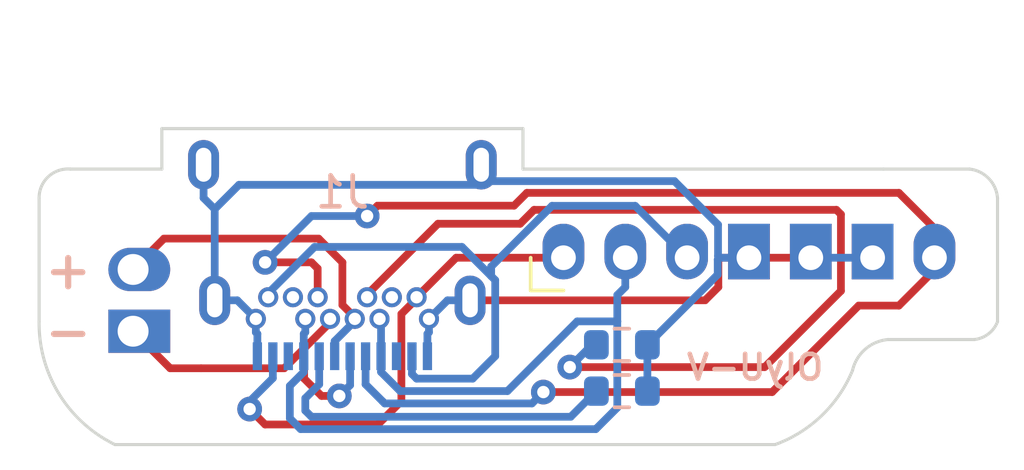
<source format=kicad_pcb>
(kicad_pcb (version 20211014) (generator pcbnew)
  (layers (0 "F.Cu" signal) (31 "B.Cu" signal) (34 "B.Paste" user) (35 "F.Paste" user) (36 "B.SilkS" user "B.Silkscreen") (37 "F.SilkS" user "F.Silkscreen") (38 "B.Mask" user) (39 "F.Mask" user) (44 "Edge.Cuts" user))
  (net 0 "")
  (net 1 "GND")
  (net 2 "3V3")
  (net 3 "VBUS")
  (net 4 "Net-(J1-PadA5)")
  (net 5 "D+")
  (net 6 "D-")
  (net 7 "D3V")
  (net 8 "Net-(J1-PadB5)")
  (net 9 "Net-(J1-PadB3)")
  (net 10 "Net-(J1-PadB10)")
  (net 11 "Net-(J1-PadA3)")
  (net 12 "Net-(J1-PadA10)")
  (net 13 "PhobVision")
  (footprint "Connector_PinHeader_2.00mm:PinHeader_1x07_P2.00mm_Vertical" (layer "F.Cu") (at 13.15 9.2 90)
    (fp_text reference "J2" hide)
    (fp_text value "Conn_01x07")
    (fp_line (start -1.06 -1.06) (end 0 -1.06) (layer "F.SilkS") (width 0.12))
    (fp_line (start -1.06 0) (end -1.06 -1.06) (layer "F.SilkS") (width 0.12))
    (pad "1" thru_hole oval (at 0 0 90) (size 1.8 1.35) (drill 0.8 (offset 0.2 0)) (layers F&B.Cu *.Mask) (net 2 "3V3"))
    (pad "2" thru_hole oval (at 0 2 90) (size 1.8 1.35) (drill 0.8 (offset 0.2 0)) (layers F&B.Cu *.Mask) (net 3 "VBUS"))
    (pad "3" thru_hole oval (at 0 4 90) (size 1.8 1.35) (drill 0.8 (offset 0.2 0)) (layers F&B.Cu *.Mask) (net 7 "D3V"))
    (pad "4" thru_hole rect (at 0 6 90) (size 1.8 1.35) (drill 0.8 (offset 0.2 0)) (layers F&B.Cu *.Mask) (net 1 "GND"))
    (pad "5" thru_hole rect (at 0 8 90) (size 1.8 1.35) (drill 0.8 (offset 0.2 0)) (layers F&B.Cu *.Mask) (net 1 "GND"))
    (pad "6" thru_hole rect (at 0 10 90) (size 1.8 1.35) (drill 0.8 (offset 0.2 0)) (layers F&B.Cu *.Mask) (net 1 "GND"))
    (pad "7" thru_hole oval (at 0 12 90) (size 1.8 1.35) (drill 0.8 (offset 0.2 0)) (layers F&B.Cu *.Mask) (net 13 "PhobVision"))
  )
  (footprint "Connector_PinHeader_2.00mm:PinHeader_1x02_P2.00mm_Vertical" (layer "B.Cu") (at -0.77 11.58)
    (fp_text reference "J3" hide)
    (fp_text value "Conn_01x02" hide)
    (pad "1" thru_hole rect locked (at 0 0) (size 2 1.4) (drill 1 (offset 0.2 0)) (layers F&B.Cu *.Mask) (net 6 "D-"))
    (pad "2" thru_hole oval locked (at 0 -2) (size 2 1.4) (drill 1 (offset 0.2 0)) (layers F&B.Cu *.Mask) (net 5 "D+"))
  )
  (footprint "Resistor_SMD:R_0603_1608Metric" (layer "B.Cu") (at 15.04 13.52 180)
    (fp_text reference "R1" hide)
    (fp_text value "5.1k" hide)
    (fp_line (start -0.237258 0.5225) (end 0.237258 0.5225) (layer "B.SilkS") (width 0.12))
    (fp_line (start -0.237258 -0.5225) (end 0.237258 -0.5225) (layer "B.SilkS") (width 0.12))
    (pad "1" smd roundrect locked (at -0.825 0 180) (size 0.8 0.95) (layers "B.Cu" "B.Paste" "B.Mask") (net 1 "GND"))
    (pad "2" smd roundrect locked (at 0.825 0 180) (size 0.8 0.95) (layers "B.Cu" "B.Paste" "B.Mask") (net 4 "Net-(J1-PadA5)"))
  )
  (footprint "Model_S:Shou Han Type-C 24P QCHT" (layer "B.Cu") (at 6 4.3296)
    (fp_text reference "J1" (at 0 2.75) (layer "B.SilkS") (effects (justify mirror)))
    (fp_text value "USB_C_Receptacle")
    (pad "" np_thru_hole circle (at -3.6 7.5) (size 0.7 0.7) (drill 0.7) (layers F&B.Cu *.Mask))
    (pad "" np_thru_hole circle (at 3.75 7.5) (size 0.7 0.7) (drill 0.7) (layers F&B.Cu *.Mask))
    (pad "A1" smd rect (at -2.75 8.06) (size 0.3 0.9) (layers "B.Cu" "B.Paste" "B.Mask") (net 1 "GND"))
    (pad "A2" smd rect (at -2.25 8.06) (size 0.3 0.9) (layers "B.Cu" "B.Paste" "B.Mask") (net 2 "3V3"))
    (pad "A3" smd rect (at -1.75 8.06) (size 0.3 0.9) (layers "B.Cu" "B.Paste" "B.Mask") (net 11 "Net-(J1-PadA3)"))
    (pad "A4" smd rect (at -1.25 8.06) (size 0.3 0.9) (layers "B.Cu" "B.Paste" "B.Mask") (net 3 "VBUS"))
    (pad "A5" smd rect (at -0.75 8.06) (size 0.3 0.9) (layers "B.Cu" "B.Paste" "B.Mask") (net 4 "Net-(J1-PadA5)"))
    (pad "A6" smd rect (at -0.25 8.06) (size 0.3 0.9) (layers "B.Cu" "B.Paste" "B.Mask") (net 5 "D+"))
    (pad "A7" smd rect (at 0.25 8.06) (size 0.3 0.9) (layers "B.Cu" "B.Paste" "B.Mask") (net 6 "D-"))
    (pad "A8" smd rect (at 0.75 8.06) (size 0.3 0.9) (layers "B.Cu" "B.Paste" "B.Mask") (net 13 "PhobVision"))
    (pad "A9" smd rect (at 1.25 8.06) (size 0.3 0.9) (layers "B.Cu" "B.Paste" "B.Mask") (net 3 "VBUS"))
    (pad "A10" smd rect (at 1.75 8.06) (size 0.3 0.9) (layers "B.Cu" "B.Paste" "B.Mask") (net 12 "Net-(J1-PadA10)"))
    (pad "A11" smd rect (at 2.25 8.06) (size 0.3 0.9) (layers "B.Cu" "B.Paste" "B.Mask") (net 7 "D3V"))
    (pad "A12" smd rect (at 2.75 8.06) (size 0.3 0.9) (layers "B.Cu" "B.Paste" "B.Mask") (net 1 "GND"))
    (pad "B1" thru_hole circle (at 2.8 6.85) (size 0.65 0.65) (drill 0.4) (layers F&B.Cu *.Mask) (net 1 "GND"))
    (pad "B2" thru_hole circle (at 2.4 6.15) (size 0.65 0.65) (drill 0.4) (layers F&B.Cu *.Mask) (net 2 "3V3"))
    (pad "B3" thru_hole circle (at 1.6 6.15) (size 0.65 0.65) (drill 0.4) (layers F&B.Cu *.Mask) (net 9 "Net-(J1-PadB3)"))
    (pad "B4" thru_hole circle (at 1.2 6.85) (size 0.65 0.65) (drill 0.4) (layers F&B.Cu *.Mask) (net 3 "VBUS"))
    (pad "B5" thru_hole circle (at 0.8 6.15) (size 0.65 0.65) (drill 0.4) (layers F&B.Cu *.Mask) (net 8 "Net-(J1-PadB5)"))
    (pad "B6" thru_hole circle (at 0.4 6.85) (size 0.65 0.65) (drill 0.4) (layers F&B.Cu *.Mask) (net 5 "D+"))
    (pad "B7" thru_hole circle (at -0.4 6.85) (size 0.65 0.65) (drill 0.4) (layers F&B.Cu *.Mask) (net 6 "D-"))
    (pad "B8" thru_hole circle (at -0.8 6.15) (size 0.65 0.65) (drill 0.4) (layers F&B.Cu *.Mask) (net 13 "PhobVision"))
    (pad "B9" thru_hole circle (at -1.2 6.85) (size 0.65 0.65) (drill 0.4) (layers F&B.Cu *.Mask) (net 3 "VBUS"))
    (pad "B10" thru_hole circle (at -1.6 6.15) (size 0.65 0.65) (drill 0.4) (layers F&B.Cu *.Mask) (net 10 "Net-(J1-PadB10)"))
    (pad "B11" thru_hole circle (at -2.4 6.15) (size 0.65 0.65) (drill 0.4) (layers F&B.Cu *.Mask) (net 7 "D3V"))
    (pad "B12" thru_hole circle (at -2.8 6.85) (size 0.65 0.65) (drill 0.4) (layers F&B.Cu *.Mask) (net 1 "GND"))
    (pad "S1" thru_hole oval (at -4.13 6.25) (size 1 1.6) (drill oval 0.5 1.1) (layers F&B.Cu *.Mask) (net 1 "GND"))
    (pad "S1" thru_hole oval (at 4.49 1.86) (size 1 1.6) (drill oval 0.5 1.1) (layers F&B.Cu *.Mask) (net 1 "GND"))
    (pad "S1" thru_hole oval (at -4.49 1.86) (size 1 1.6) (drill oval 0.5 1.1) (layers F&B.Cu *.Mask) (net 1 "GND"))
    (pad "S1" thru_hole oval (at 4.13 6.25) (size 1 1.6) (drill oval 0.5 1.1) (layers F&B.Cu *.Mask) (net 1 "GND"))
  )
  (footprint "Resistor_SMD:R_0603_1608Metric" (layer "B.Cu") (at 15.04 12.02)
    (fp_text reference "R2" hide)
    (fp_text value "5.1k" hide)
    (fp_line (start -0.237258 -0.5225) (end 0.237258 -0.5225) (layer "B.SilkS") (width 0.12))
    (fp_line (start -0.237258 0.5225) (end 0.237258 0.5225) (layer "B.SilkS") (width 0.12))
    (pad "1" smd roundrect locked (at -0.825 0) (size 0.8 0.95) (layers "B.Cu" "B.Paste" "B.Mask") (net 8 "Net-(J1-PadB5)"))
    (pad "2" smd roundrect locked (at 0.825 0) (size 0.8 0.95) (layers "B.Cu" "B.Paste" "B.Mask") (net 1 "GND"))
  )
  (gr_arc (start 22.5 12.85) (mid 22.909223 12.164595) (end 23.642894 11.85) (layer "Edge.Cuts") (width 0.1))
  (gr_arc (start 22.5 12.85) (mid 21.501783 14.312274) (end 20 15.25) (layer "Edge.Cuts") (width 0.1))
  (gr_line (start -1.357106 15.25) (end 20 15.25) (layer "Edge.Cuts") (width 0.1))
  (gr_line (start -2.8 6.329642) (end 0.16 6.329642) (layer "Edge.Cuts") (width 0.1))
  (gr_arc (start 27.190122 11.27) (mid 26.892588 11.668751) (end 26.429255 11.85) (layer "Edge.Cuts") (width 0.1))
  (gr_line (start 23.5 6.329642) (end 26.286361 6.329642) (layer "Edge.Cuts") (width 0.1))
  (gr_arc (start -3.809878 7.27) (mid -3.512843 6.576547) (end -2.8 6.329642) (layer "Edge.Cuts") (width 0.1))
  (gr_arc (start 26.286361 6.329642) (mid 26.907696 6.636961) (end 27.190122 7.27) (layer "Edge.Cuts") (width 0.1))
  (gr_line (start 0.16 5.019642) (end 0.16 6.329642) (layer "Edge.Cuts") (width 0.1))
  (gr_line (start -3.809878 7.27) (end -3.809878 11.27) (layer "Edge.Cuts") (width 0.1))
  (gr_line (start 11.84 6.329642) (end 23.5 6.329642) (layer "Edge.Cuts") (width 0.1))
  (gr_line (start 27.190122 11.27) (end 27.190122 7.27) (layer "Edge.Cuts") (width 0.1))
  (gr_line (start 0.16 5.019642) (end 11.84 5.019642) (layer "Edge.Cuts") (width 0.1))
  (gr_arc (start -1.357106 15.25) (mid -3.160991 13.615898) (end -3.809878 11.27) (layer "Edge.Cuts") (width 0.1))
  (gr_line (start 26.429255 11.85) (end 23.642894 11.85) (layer "Edge.Cuts") (width 0.1))
  (gr_line (start 11.84 5.019642) (end 11.84 6.329642) (layer "Edge.Cuts") (width 0.1))
  (gr_text "+" (at -2.87 9.58) (layer "B.SilkS") (effects (font (size 1.2 1.2) (thickness 0.2))))
  (gr_text "OlyU-V" (at 19.35 12.75) (layer "B.SilkS") (effects (font (size 0.8 0.8)) (justify mirror)))
  (gr_text "-" (at -2.87 11.58) (layer "B.SilkS") (effects (font (size 1.2 1.2) (thickness 0.2))))
  (segment (start 18.16 9.28) (end 18.24 9.2) (width 0.25) (layer "F.Cu") (net 1))
  (segment (start 10.13 10.5796) (end 17.7304 10.5796) (width 0.25) (layer "F.Cu") (net 1))
  (segment (start 17.7304 10.5796) (end 18.16 10.15) (width 0.25) (layer "F.Cu") (net 1))
  (segment (start 18.24 9.2) (end 19.15 9.2) (width 0.25) (layer "F.Cu") (net 1))
  (segment (start 21.15 9.2) (end 19.15 9.2) (width 0.25) (layer "F.Cu") (net 1))
  (segment (start 18.16 10.15) (end 18.16 9.28) (width 0.25) (layer "F.Cu") (net 1))
  (segment (start 10.6098 6.72) (end 16.74 6.72) (width 0.25) (layer "B.Cu") (net 1))
  (segment (start 10.49 6.8398) (end 2.6551 6.8398) (width 0.25) (layer "B.Cu") (net 1))
  (segment (start 3.25 12.3896) (end 3.25 11.6643) (width 0.25) (layer "B.Cu") (net 1))
  (segment (start 2.6 10.5796) (end 3.2 11.1796) (width 0.25) (layer "B.Cu") (net 1))
  (segment (start 9.4 10.5796) (end 8.8 11.1796) (width 0.25) (layer "B.Cu") (net 1))
  (segment (start 19.15 9.2) (end 18.1997 9.2) (width 0.25) (layer "B.Cu") (net 1))
  (segment (start 18.14 9.745) (end 18.14 9.2597) (width 0.25) (layer "B.Cu") (net 1))
  (segment (start 10.49 6.8398) (end 10.6098 6.72) (width 0.25) (layer "B.Cu") (net 1))
  (segment (start 15.865 12.02) (end 18.14 9.745) (width 0.25) (layer "B.Cu") (net 1))
  (segment (start 8.8 11.6143) (end 8.75 11.6643) (width 0.25) (layer "B.Cu") (net 1))
  (segment (start 2.6551 6.8398) (end 1.87 7.6249) (width 0.25) (layer "B.Cu") (net 1))
  (segment (start 1.87 10.5796) (end 2.6 10.5796) (width 0.25) (layer "B.Cu") (net 1))
  (segment (start 18.14 9.2597) (end 18.1997 9.2) (width 0.25) (layer "B.Cu") (net 1))
  (segment (start 23.15 9.2) (end 21.15 9.2) (width 0.25) (layer "B.Cu") (net 1))
  (segment (start 1.51 7.2649) (end 1.87 7.6249) (width 0.25) (layer "B.Cu") (net 1))
  (segment (start 1.87 7.6249) (end 1.87 10.5796) (width 0.25) (layer "B.Cu") (net 1))
  (segment (start 18.15 9.1503) (end 18.1997 9.2) (width 0.25) (layer "B.Cu") (net 1))
  (segment (start 16.74 6.72) (end 18.15 8.13) (width 0.25) (layer "B.Cu") (net 1))
  (segment (start 3.25 11.6643) (end 3.2 11.6143) (width 0.25) (layer "B.Cu") (net 1))
  (segment (start 1.51 6.1896) (end 1.51 7.2649) (width 0.25) (layer "B.Cu") (net 1))
  (segment (start 8.8 11.1796) (end 8.8 11.6143) (width 0.25) (layer "B.Cu") (net 1))
  (segment (start 15.865 12.02) (end 15.865 13.52) (width 0.25) (layer "B.Cu") (net 1))
  (segment (start 10.49 6.1896) (end 10.49 6.8398) (width 0.25) (layer "B.Cu") (net 1))
  (segment (start 10.13 10.5796) (end 9.4 10.5796) (width 0.25) (layer "B.Cu") (net 1))
  (segment (start 8.75 12.3896) (end 8.75 11.6643) (width 0.25) (layer "B.Cu") (net 1))
  (segment (start 18.15 8.13) (end 18.15 9.1503) (width 0.25) (layer "B.Cu") (net 1))
  (segment (start 3.2 11.6143) (end 3.2 11.1796) (width 0.25) (layer "B.Cu") (net 1))
  (segment (start 7.908 11.0208) (end 8.4 10.5288) (width 0.25) (layer "F.Cu") (net 2))
  (segment (start 3.5 14.6) (end 7.15 14.6) (width 0.25) (layer "F.Cu") (net 2))
  (segment (start 9.6796 9.2) (end 8.4 10.4796) (width 0.25) (layer "F.Cu") (net 2))
  (segment (start 8.4 10.5288) (end 8.4 10.4796) (width 0.25) (layer "F.Cu") (net 2))
  (segment (start 13.15 9.2) (end 12.1997 9.2) (width 0.25) (layer "F.Cu") (net 2))
  (segment (start 7.908 13.842) (end 7.908 11.0208) (width 0.25) (layer "F.Cu") (net 2))
  (segment (start 3 14.1) (end 3.5 14.6) (width 0.25) (layer "F.Cu") (net 2))
  (segment (start 12.1997 9.2) (end 9.6796 9.2) (width 0.25) (layer "F.Cu") (net 2))
  (segment (start 7.15 14.6) (end 7.908 13.842) (width 0.25) (layer "F.Cu") (net 2))
  (via (at 3 14.1) (size 0.8) (drill 0.4) (layers "F.Cu" "B.Cu") (net 2))
  (segment (start 3 13.85) (end 3.75 13.1) (width 0.25) (layer "B.Cu") (net 2))
  (segment (start 3 14.1) (end 3 13.85) (width 0.25) (layer "B.Cu") (net 2))
  (segment (start 3.75 13.1) (end 3.75 12.3896) (width 0.25) (layer "B.Cu") (net 2))
  (segment (start 14.8915 14.0543) (end 14.8915 11.2612) (width 0.25) (layer "B.Cu") (net 3))
  (segment (start 4.75 12.3896) (end 4.75 12.9) (width 0.25) (layer "B.Cu") (net 3))
  (segment (start 7.25 11.2296) (end 7.25 12.3896) (width 0.25) (layer "B.Cu") (net 3))
  (segment (start 15.15 9.2) (end 15.15 10.1503) (width 0.25) (layer "B.Cu") (net 3))
  (segment (start 4.8 11.1796) (end 4.8 11.6143) (width 0.25) (layer "B.Cu") (net 3))
  (segment (start 4.8 11.6143) (end 4.75 11.6643) (width 0.25) (layer "B.Cu") (net 3))
  (segment (start 4.75 12.9) (end 4.3 13.35) (width 0.25) (layer "B.Cu") (net 3))
  (segment (start 4.65 14.75) (end 14.1958 14.75) (width 0.25) (layer "B.Cu") (net 3))
  (segment (start 14.8915 11.2612) (end 14.8915 10.4088) (width 0.25) (layer "B.Cu") (net 3))
  (segment (start 14.8915 10.4088) (end 15.15 10.1503) (width 0.25) (layer "B.Cu") (net 3))
  (segment (start 11.3391 13.5182) (end 13.5961 11.2612) (width 0.25) (layer "B.Cu") (net 3))
  (segment (start 7.25 12.3896) (end 7.25 12.9) (width 0.25) (layer "B.Cu") (net 3))
  (segment (start 4.75 12.0269) (end 4.75 12.3896) (width 0.25) (layer "B.Cu") (net 3))
  (segment (start 4.3 13.35) (end 4.3 14.4) (width 0.25) (layer "B.Cu") (net 3))
  (segment (start 7.2 11.1796) (end 7.25 11.2296) (width 0.25) (layer "B.Cu") (net 3))
  (segment (start 14.1958 14.75) (end 14.8915 14.0543) (width 0.25) (layer "B.Cu") (net 3))
  (segment (start 13.5961 11.2612) (end 14.8915 11.2612) (width 0.25) (layer "B.Cu") (net 3))
  (segment (start 4.75 12.0269) (end 4.75 11.6643) (width 0.25) (layer "B.Cu") (net 3))
  (segment (start 7.25 12.9) (end 7.8682 13.5182) (width 0.25) (layer "B.Cu") (net 3))
  (segment (start 4.3 14.4) (end 4.65 14.75) (width 0.25) (layer "B.Cu") (net 3))
  (segment (start 7.8682 13.5182) (end 11.3391 13.5182) (width 0.25) (layer "B.Cu") (net 3))
  (segment (start 5.25 13.3) (end 5.25 12.3896) (width 0.25) (layer "B.Cu") (net 4))
  (segment (start 4.8 13.75) (end 5.25 13.3) (width 0.25) (layer "B.Cu") (net 4))
  (segment (start 4.8 14.15) (end 4.8 13.75) (width 0.25) (layer "B.Cu") (net 4))
  (segment (start 5 14.35) (end 4.8 14.15) (width 0.25) (layer "B.Cu") (net 4))
  (segment (start 14.215 13.52) (end 13.385 14.35) (width 0.25) (layer "B.Cu") (net 4))
  (segment (start 13.385 14.35) (end 5 14.35) (width 0.25) (layer "B.Cu") (net 4))
  (segment (start 6 9.35) (end 5.23 8.58) (width 0.25) (layer "F.Cu") (net 5))
  (segment (start 6 10.7304) (end 6 9.35) (width 0.25) (layer "F.Cu") (net 5))
  (segment (start 6.4 11.1796) (end 6.4 11.1304) (width 0.25) (layer "F.Cu") (net 5))
  (segment (start 5.23 8.58) (end 0.23 8.58) (width 0.25) (layer "F.Cu") (net 5))
  (segment (start 0.23 8.58) (end -0.77 9.58) (width 0.25) (layer "F.Cu") (net 5))
  (segment (start 6.4 11.1304) (end 6 10.7304) (width 0.25) (layer "F.Cu") (net 5))
  (segment (start 5.75 11.9003) (end 6.4 11.2503) (width 0.25) (layer "B.Cu") (net 5))
  (segment (start 5.75 12.3896) (end 5.75 11.9003) (width 0.25) (layer "B.Cu") (net 5))
  (segment (start 6.4 11.2503) (end 6.4 11.1796) (width 0.25) (layer "B.Cu") (net 5))
  (segment (start 4.762 13.112) (end 4.762 12.1361) (width 0.25) (layer "F.Cu") (net 6))
  (segment (start 5.6 11.2981) (end 4.762 12.1361) (width 0.25) (layer "F.Cu") (net 6))
  (segment (start 4.1181 12.78) (end 1.43 12.78) (width 0.25) (layer "F.Cu") (net 6))
  (segment (start 0.43 12.78) (end -0.77 11.58) (width 0.25) (layer "F.Cu") (net 6))
  (segment (start 4.762 12.1361) (end 4.1181 12.78) (width 0.25) (layer "F.Cu") (net 6))
  (segment (start 5.3255 13.6755) (end 4.762 13.112) (width 0.25) (layer "F.Cu") (net 6))
  (segment (start 1.43 12.78) (end 0.43 12.78) (width 0.25) (layer "F.Cu") (net 6))
  (segment (start 5.6 11.1796) (end 5.6 11.2981) (width 0.25) (layer "F.Cu") (net 6))
  (segment (start 5.9 13.6755) (end 5.3255 13.6755) (width 0.25) (layer "F.Cu") (net 6))
  (via (at 5.9 13.6755) (size 0.8) (drill 0.4) (layers "F.Cu" "B.Cu") (net 6))
  (segment (start 6.25 13.3255) (end 6.25 12.3896) (width 0.25) (layer "B.Cu") (net 6))
  (segment (start 5.9 13.6755) (end 6.25 13.3255) (width 0.25) (layer "B.Cu") (net 6))
  (segment (start 10.812 9.7947) (end 10.9429 9.9257) (width 0.25) (layer "B.Cu") (net 7))
  (segment (start 5.0994 8.85) (end 9.8673 8.85) (width 0.25) (layer "B.Cu") (net 7))
  (segment (start 10.812 9.7947) (end 10.812 9.488) (width 0.25) (layer "B.Cu") (net 7))
  (segment (start 8.4 13.1149) (end 8.25 12.9649) (width 0.25) (layer "B.Cu") (net 7))
  (segment (start 9.8673 8.85) (end 10.812 9.7947) (width 0.25) (layer "B.Cu") (net 7))
  (segment (start 15.47 7.52) (end 17.15 9.2) (width 0.25) (layer "B.Cu") (net 7))
  (segment (start 12.78 7.52) (end 15.47 7.52) (width 0.25) (layer "B.Cu") (net 7))
  (segment (start 10.812 9.488) (end 12.78 7.52) (width 0.25) (layer "B.Cu") (net 7))
  (segment (start 8.25 12.9649) (end 8.25 12.3896) (width 0.25) (layer "B.Cu") (net 7))
  (segment (start 3.6 10.4796) (end 3.6 10.3494) (width 0.25) (layer "B.Cu") (net 7))
  (segment (start 10.9429 9.9257) (end 10.9429 12.3871) (width 0.25) (layer "B.Cu") (net 7))
  (segment (start 10.2151 13.1149) (end 8.4 13.1149) (width 0.25) (layer "B.Cu") (net 7))
  (segment (start 10.9429 12.3871) (end 10.2151 13.1149) (width 0.25) (layer "B.Cu") (net 7))
  (segment (start 3.6 10.3494) (end 5.0994 8.85) (width 0.25) (layer "B.Cu") (net 7))
  (segment (start 12.2 7.65) (end 21.98 7.65) (width 0.25) (layer "F.Cu") (net 8))
  (segment (start 22.125 10.275) (end 19.6585 12.7415) (width 0.25) (layer "F.Cu") (net 8))
  (segment (start 11.75 8.1) (end 12.2 7.65) (width 0.25) (layer "F.Cu") (net 8))
  (segment (start 19.6585 12.7415) (end 13.3545 12.7415) (width 0.25) (layer "F.Cu") (net 8))
  (segment (start 6.8 10.3927) (end 9.0927 8.1) (width 0.25) (layer "F.Cu") (net 8))
  (segment (start 21.98 7.65) (end 22.125 7.795) (width 0.25) (layer "F.Cu") (net 8))
  (segment (start 6.8 10.4796) (end 6.8 10.3927) (width 0.25) (layer "F.Cu") (net 8))
  (segment (start 9.0927 8.1) (end 11.75 8.1) (width 0.25) (layer "F.Cu") (net 8))
  (segment (start 22.125 7.795) (end 22.125 10.275) (width 0.25) (layer "F.Cu") (net 8))
  (via (at 13.3545 12.7415) (size 0.8) (drill 0.4) (layers "F.Cu" "B.Cu") (net 8))
  (segment (start 14.215 12.02) (end 14.076 12.02) (width 0.25) (layer "B.Cu") (net 8))
  (segment (start 14.076 12.02) (end 13.3545 12.7415) (width 0.25) (layer "B.Cu") (net 8))
  (segment (start 12.5 13.55) (end 19.9 13.55) (width 0.25) (layer "F.Cu") (net 13))
  (segment (start 25.15 8.25) (end 25.15 9.2) (width 0.25) (layer "F.Cu") (net 13))
  (segment (start 11.967157 7.1) (end 24 7.1) (width 0.25) (layer "F.Cu") (net 13))
  (segment (start 6.8 7.85) (end 7.1357 7.5143) (width 0.25) (layer "F.Cu") (net 13))
  (segment (start 5.2 9.55) (end 5 9.35) (width 0.25) (layer "F.Cu") (net 13))
  (segment (start 7.1357 7.5143) (end 11.552857 7.5143) (width 0.25) (layer "F.Cu") (net 13))
  (segment (start 19.9 13.55) (end 22.7 10.75) (width 0.25) (layer "F.Cu") (net 13))
  (segment (start 5 9.35) (end 3.5 9.35) (width 0.25) (layer "F.Cu") (net 13))
  (segment (start 5.2 10.4796) (end 5.2 9.55) (width 0.25) (layer "F.Cu") (net 13))
  (segment (start 24 10.75) (end 25.15 9.6) (width 0.25) (layer "F.Cu") (net 13))
  (segment (start 22.7 10.75) (end 24 10.75) (width 0.25) (layer "F.Cu") (net 13))
  (segment (start 25.15 9.6) (end 25.15 9.2) (width 0.25) (layer "F.Cu") (net 13))
  (segment (start 24 7.1) (end 25.15 8.25) (width 0.25) (layer "F.Cu") (net 13))
  (segment (start 11.552857 7.5143) (end 11.967157 7.1) (width 0.25) (layer "F.Cu") (net 13))
  (via (at 3.5 9.35) (size 0.8) (drill 0.4) (layers "F.Cu" "B.Cu") (net 13))
  (via (at 12.5 13.55) (size 0.8) (drill 0.4) (layers "F.Cu" "B.Cu") (net 13))
  (via (at 6.8 7.85) (size 0.8) (drill 0.4) (layers "F.Cu" "B.Cu") (net 13))
  (segment (start 7.3682 13.9182) (end 12.1318 13.9182) (width 0.25) (layer "B.Cu") (net 13))
  (segment (start 6.75 12.3896) (end 6.75 13.3) (width 0.25) (layer "B.Cu") (net 13))
  (segment (start 12.1318 13.9182) (end 12.5 13.55) (width 0.25) (layer "B.Cu") (net 13))
  (segment (start 5 7.85) (end 3.5 9.35) (width 0.25) (layer "B.Cu") (net 13))
  (segment (start 6.75 13.3) (end 7.3 13.85) (width 0.25) (layer "B.Cu") (net 13))
  (segment (start 6.8 7.85) (end 5 7.85) (width 0.25) (layer "B.Cu") (net 13))
  (segment (start 7.3 13.85) (end 7.3682 13.9182) (width 0.25) (layer "B.Cu") (net 13))
)
</source>
